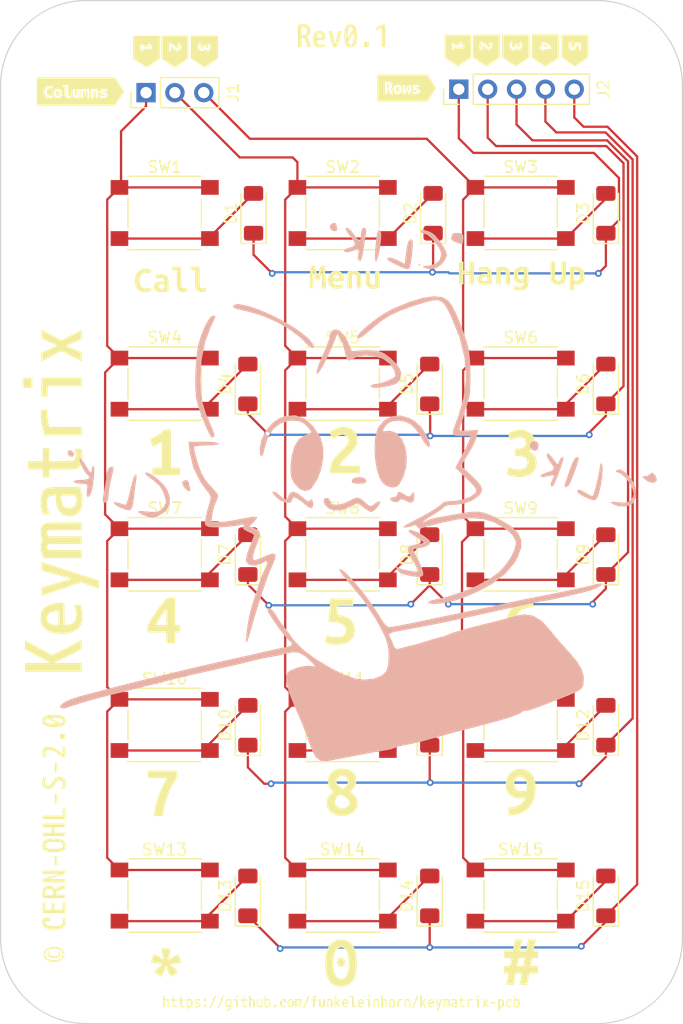
<source format=kicad_pcb>
(kicad_pcb (version 20241229) (generator "pcbnew") (generator_version "9.0")
  (layers (0 "F.Cu" signal) (2 "B.Cu" signal) (13 "F.Paste" user) (15 "B.Paste" user) (5 "F.SilkS" user "F.Silkscreen") (7 "B.SilkS" user "B.Silkscreen") (1 "F.Mask" user) (3 "B.Mask" user) (25 "Edge.Cuts" user))
  (net 0 "")
  (net 1 "Net-(D1-A)")
  (net 2 "/Col1")
  (net 3 "Net-(D2-A)")
  (net 4 "Net-(D3-A)")
  (net 5 "Net-(D4-A)")
  (net 6 "/Col2")
  (net 7 "Net-(D5-A)")
  (net 8 "Net-(D6-A)")
  (net 9 "/Col3")
  (net 10 "Net-(D7-A)")
  (net 11 "Net-(D8-A)")
  (net 12 "Net-(D9-A)")
  (net 13 "/Row4")
  (net 14 "Net-(D10-A)")
  (net 15 "Net-(D11-A)")
  (net 16 "Net-(D12-A)")
  (net 17 "Net-(D13-A)")
  (net 18 "/Row5")
  (net 19 "Net-(D14-A)")
  (net 20 "Net-(D15-A)")
  (net 21 "/Row1")
  (net 22 "/Row2")
  (net 23 "/Row3")
  (footprint "Diode_SMD:D_MiniMELF" (layer "F.Cu") (at 163.26 68.715 90)
    (property "Reference" "D3" (at 0 -2 90) (layer "F.SilkS"))
    (property "Value" "D")
    (pad "1" smd roundrect (at -1.75 0 90) (size 1.3 1.7) (layers "F.Cu" "F.Mask" "F.Paste") (roundrect_rratio 0.1923076923) (net 21 "/Row1"))
    (pad "2" smd roundrect (at 1.75 0 90) (size 1.3 1.7) (layers "F.Cu" "F.Mask" "F.Paste") (roundrect_rratio 0.1923076923) (net 4 "Net-(D3-A)"))
  )
  (footprint "Connector_PinHeader_2.54mm:PinHeader_1x05_P2.54mm_Vertical" (layer "F.Cu") (at 150.32 57.8 90)
    (property "Reference" "J2" (at 0 12.72 90) (layer "F.SilkS"))
    (property "Value" "Conn_01x05")
    (pad "1" thru_hole rect (at 0 0 90) (size 1.7 1.7) (drill 1) (layers "*.Cu" "*.Mask") (net 21 "/Row1"))
    (pad "2" thru_hole oval (at 0 2.54 90) (size 1.7 1.7) (drill 1) (layers "*.Cu" "*.Mask") (net 22 "/Row2"))
    (pad "3" thru_hole oval (at 0 5.08 90) (size 1.7 1.7) (drill 1) (layers "*.Cu" "*.Mask") (net 23 "/Row3"))
    (pad "4" thru_hole oval (at 0 7.62 90) (size 1.7 1.7) (drill 1) (layers "*.Cu" "*.Mask") (net 13 "/Row4"))
    (pad "5" thru_hole oval (at 0 10.16 90) (size 1.7 1.7) (drill 1) (layers "*.Cu" "*.Mask") (net 18 "/Row5"))
  )
  (footprint "kibuzzard-67EF953E" (layer "F.Cu") (at 140.06 119.6375)
    (property "Reference" "kibuzzard-67EF953E" (hide yes))
    (property "Value" "G***" (hide yes))
  )
  (footprint "Button_Switch_SMD:SW_SPST_PTS645" (layer "F.Cu") (at 124.44 128.7375)
    (property "Reference" "SW13" (at 0 -4.05 0) (layer "F.SilkS"))
    (property "Value" "SW_Push")
    (pad "1" smd rect (at -3.98 -2.25) (size 1.55 1.3) (layers "F.Cu" "F.Mask" "F.Paste") (net 2 "/Col1"))
    (pad "1" smd rect (at 3.98 -2.25) (size 1.55 1.3) (layers "F.Cu" "F.Mask" "F.Paste") (net 2 "/Col1"))
    (pad "2" smd rect (at -3.98 2.25) (size 1.55 1.3) (layers "F.Cu" "F.Mask" "F.Paste") (net 17 "Net-(D13-A)"))
    (pad "2" smd rect (at 3.98 2.25) (size 1.55 1.3) (layers "F.Cu" "F.Mask" "F.Paste") (net 17 "Net-(D13-A)"))
  )
  (footprint "Diode_SMD:D_MiniMELF" (layer "F.Cu") (at 131.76 128.765 90)
    (property "Reference" "D13" (at 0 -2 90) (layer "F.SilkS"))
    (property "Value" "D")
    (pad "1" smd roundrect (at -1.75 0 90) (size 1.3 1.7) (layers "F.Cu" "F.Mask" "F.Paste") (roundrect_rratio 0.1923076923) (net 18 "/Row5"))
    (pad "2" smd roundrect (at 1.75 0 90) (size 1.3 1.7) (layers "F.Cu" "F.Mask" "F.Paste") (roundrect_rratio 0.1923076923) (net 17 "Net-(D13-A)"))
  )
  (footprint "kibuzzard-67EF9529" (layer "F.Cu") (at 155.76 104.7375)
    (property "Reference" "kibuzzard-67EF9529" (hide yes))
    (property "Value" "G***" (hide yes))
  )
  (footprint "kibuzzard-67EF9547" (layer "F.Cu") (at 155.76 119.6375)
    (property "Reference" "kibuzzard-67EF9547" (hide yes))
    (property "Value" "G***" (hide yes))
  )
  (footprint "Button_Switch_SMD:SW_SPST_PTS645" (layer "F.Cu") (at 140.1 83.7)
    (property "Reference" "SW5" (at 0 -4.05 0) (layer "F.SilkS"))
    (property "Value" "SW_Push")
    (pad "1" smd rect (at -3.98 -2.25) (size 1.55 1.3) (layers "F.Cu" "F.Mask" "F.Paste") (net 6 "/Col2"))
    (pad "1" smd rect (at 3.98 -2.25) (size 1.55 1.3) (layers "F.Cu" "F.Mask" "F.Paste") (net 6 "/Col2"))
    (pad "2" smd rect (at -3.98 2.25) (size 1.55 1.3) (layers "F.Cu" "F.Mask" "F.Paste") (net 7 "Net-(D5-A)"))
    (pad "2" smd rect (at 3.98 2.25) (size 1.55 1.3) (layers "F.Cu" "F.Mask" "F.Paste") (net 7 "Net-(D5-A)"))
  )
  (footprint "Diode_SMD:D_MiniMELF" (layer "F.Cu") (at 163.26 98.74 90)
    (property "Reference" "D9" (at 0 -2 90) (layer "F.SilkS"))
    (property "Value" "D")
    (pad "1" smd roundrect (at -1.75 0 90) (size 1.3 1.7) (layers "F.Cu" "F.Mask" "F.Paste") (roundrect_rratio 0.1923076923) (net 23 "/Row3"))
    (pad "2" smd roundrect (at 1.75 0 90) (size 1.3 1.7) (layers "F.Cu" "F.Mask" "F.Paste") (roundrect_rratio 0.1923076923) (net 12 "Net-(D9-A)"))
  )
  (footprint "kibuzzard-67EF95EE" (layer "F.Cu") (at 155.86 74.2375)
    (property "Reference" "kibuzzard-67EF95EE" (hide yes))
    (property "Value" "G***" (hide yes))
  )
  (footprint "Button_Switch_SMD:SW_SPST_PTS645" (layer "F.Cu") (at 124.44 83.7)
    (property "Reference" "SW4" (at 0 -4.05 0) (layer "F.SilkS"))
    (property "Value" "SW_Push")
    (pad "1" smd rect (at -3.98 -2.25) (size 1.55 1.3) (layers "F.Cu" "F.Mask" "F.Paste") (net 2 "/Col1"))
    (pad "1" smd rect (at 3.98 -2.25) (size 1.55 1.3) (layers "F.Cu" "F.Mask" "F.Paste") (net 2 "/Col1"))
    (pad "2" smd rect (at -3.98 2.25) (size 1.55 1.3) (layers "F.Cu" "F.Mask" "F.Paste") (net 5 "Net-(D4-A)"))
    (pad "2" smd rect (at 3.98 2.25) (size 1.55 1.3) (layers "F.Cu" "F.Mask" "F.Paste") (net 5 "Net-(D4-A)"))
  )
  (footprint "Button_Switch_SMD:SW_SPST_PTS645" (layer "F.Cu") (at 140.1 113.725)
    (property "Reference" "SW11" (at 0 -4.05 0) (layer "F.SilkS"))
    (property "Value" "SW_Push")
    (pad "1" smd rect (at -3.98 -2.25) (size 1.55 1.3) (layers "F.Cu" "F.Mask" "F.Paste") (net 6 "/Col2"))
    (pad "1" smd rect (at 3.98 -2.25) (size 1.55 1.3) (layers "F.Cu" "F.Mask" "F.Paste") (net 6 "/Col2"))
    (pad "2" smd rect (at -3.98 2.25) (size 1.55 1.3) (layers "F.Cu" "F.Mask" "F.Paste") (net 15 "Net-(D11-A)"))
    (pad "2" smd rect (at 3.98 2.25) (size 1.55 1.3) (layers "F.Cu" "F.Mask" "F.Paste") (net 15 "Net-(D11-A)"))
  )
  (footprint "Connector_PinHeader_2.54mm:PinHeader_1x03_P2.54mm_Vertical" (layer "F.Cu") (at 122.8 58.1 90)
    (property "Reference" "J1" (at 0 7.64 90) (layer "F.SilkS"))
    (property "Value" "Conn_01x03")
    (pad "1" thru_hole rect (at 0 0 90) (size 1.7 1.7) (drill 1) (layers "*.Cu" "*.Mask") (net 2 "/Col1"))
    (pad "2" thru_hole oval (at 0 2.54 90) (size 1.7 1.7) (drill 1) (layers "*.Cu" "*.Mask") (net 6 "/Col2"))
    (pad "3" thru_hole oval (at 0 5.08 90) (size 1.7 1.7) (drill 1) (layers "*.Cu" "*.Mask") (net 9 "/Col3"))
  )
  (footprint "kibuzzard-67F10650" (layer "F.Cu") (at 115.3 94 90)
    (property "Reference" "kibuzzard-67F10650" (hide yes))
    (property "Value" "G***" (hide yes))
  )
  (footprint "kibuzzard-67EF97B6" (layer "F.Cu") (at 122.84 54.5 -90)
    (property "Reference" "kibuzzard-67EF97B6" (hide yes))
    (property "Value" "G***" (hide yes))
  )
  (footprint "kibuzzard-67EF9C02" (layer "F.Cu") (at 145.74 57.7)
    (property "Reference" "kibuzzard-67EF9C02" (hide yes))
    (property "Value" "G***" (hide yes))
  )
  (footprint "Button_Switch_SMD:SW_SPST_PTS645" (layer "F.Cu") (at 155.76 128.7375)
    (property "Reference" "SW15" (at 0 -4.05 0) (layer "F.SilkS"))
    (property "Value" "SW_Push")
    (pad "1" smd rect (at -3.98 -2.25) (size 1.55 1.3) (layers "F.Cu" "F.Mask" "F.Paste") (net 9 "/Col3"))
    (pad "1" smd rect (at 3.98 -2.25) (size 1.55 1.3) (layers "F.Cu" "F.Mask" "F.Paste") (net 9 "/Col3"))
    (pad "2" smd rect (at -3.98 2.25) (size 1.55 1.3) (layers "F.Cu" "F.Mask" "F.Paste") (net 20 "Net-(D15-A)"))
    (pad "2" smd rect (at 3.98 2.25) (size 1.55 1.3) (layers "F.Cu" "F.Mask" "F.Paste") (net 20 "Net-(D15-A)"))
  )
  (footprint "kibuzzard-67EF94E3" (layer "F.Cu") (at 124.46 89.7375)
    (property "Reference" "kibuzzard-67EF94E3" (hide yes))
    (property "Value" "G***" (hide yes))
  )
  (footprint "Diode_SMD:D_MiniMELF" (layer "F.Cu") (at 147.76 98.74 90)
    (property "Reference" "D8" (at 0 -2 90) (layer "F.SilkS"))
    (property "Value" "D")
    (pad "1" smd roundrect (at -1.75 0 90) (size 1.3 1.7) (layers "F.Cu" "F.Mask" "F.Paste") (roundrect_rratio 0.1923076923) (net 23 "/Row3"))
    (pad "2" smd roundrect (at 1.75 0 90) (size 1.3 1.7) (layers "F.Cu" "F.Mask" "F.Paste") (roundrect_rratio 0.1923076923) (net 11 "Net-(D8-A)"))
  )
  (footprint "Diode_SMD:D_MiniMELF" (layer "F.Cu") (at 147.76 83.7275 90)
    (property "Reference" "D5" (at 0 -2 90) (layer "F.SilkS"))
    (property "Value" "D")
    (pad "1" smd roundrect (at -1.75 0 90) (size 1.3 1.7) (layers "F.Cu" "F.Mask" "F.Paste") (roundrect_rratio 0.1923076923) (net 22 "/Row2"))
    (pad "2" smd roundrect (at 1.75 0 90) (size 1.3 1.7) (layers "F.Cu" "F.Mask" "F.Paste") (roundrect_rratio 0.1923076923) (net 7 "Net-(D5-A)"))
  )
  (footprint "Diode_SMD:D_MiniMELF" (layer "F.Cu") (at 132.26 68.715 90)
    (property "Reference" "D1" (at 0 -2 90) (layer "F.SilkS"))
    (property "Value" "D")
    (pad "1" smd roundrect (at -1.75 0 90) (size 1.3 1.7) (layers "F.Cu" "F.Mask" "F.Paste") (roundrect_rratio 0.1923076923) (net 21 "/Row1"))
    (pad "2" smd roundrect (at 1.75 0 90) (size 1.3 1.7) (layers "F.Cu" "F.Mask" "F.Paste") (roundrect_rratio 0.1923076923) (net 1 "Net-(D1-A)"))
  )
  (footprint "kibuzzard-67EF951D" (layer "F.Cu") (at 139.86 104.6375)
    (property "Reference" "kibuzzard-67EF951D" (hide yes))
    (property "Value" "G***" (hide yes))
  )
  (footprint "kibuzzard-67EF97D2" (layer "F.Cu") (at 155.34 54.4 -90)
    (property "Reference" "kibuzzard-67EF97D2" (hide yes))
    (property "Value" "G***" (hide yes))
  )
  (footprint "Button_Switch_SMD:SW_SPST_PTS645" (layer "F.Cu") (at 155.76 83.7)
    (property "Reference" "SW6" (at 0 -4.05 0) (layer "F.SilkS"))
    (property "Value" "SW_Push")
    (pad "1" smd rect (at -3.98 -2.25) (size 1.55 1.3) (layers "F.Cu" "F.Mask" "F.Paste") (net 9 "/Col3"))
    (pad "1" smd rect (at 3.98 -2.25) (size 1.55 1.3) (layers "F.Cu" "F.Mask" "F.Paste") (net 9 "/Col3"))
    (pad "2" smd rect (at -3.98 2.25) (size 1.55 1.3) (layers "F.Cu" "F.Mask" "F.Paste") (net 8 "Net-(D6-A)"))
    (pad "2" smd rect (at 3.98 2.25) (size 1.55 1.3) (layers "F.Cu" "F.Mask" "F.Paste") (net 8 "Net-(D6-A)"))
  )
  (footprint "kibuzzard-67F1073F" (layer "F.Cu") (at 140 138.2)
    (property "Reference" "kibuzzard-67F1073F" (hide yes))
    (property "Value" "G***" (hide yes))
  )
  (footprint "kibuzzard-67EF9C20" (layer "F.Cu") (at 157.94 54.4 -90)
    (property "Reference" "kibuzzard-67EF9C20" (hide yes))
    (property "Value" "G***" (hide yes))
  )
  (footprint "kibuzzard-67EF95BB" (layer "F.Cu") (at 140.26 74.3375)
    (property "Reference" "kibuzzard-67EF95BB" (hide yes))
    (property "Value" "G***" (hide yes))
  )
  (footprint "Diode_SMD:D_MiniMELF" (layer "F.Cu") (at 131.76 98.74 90)
    (property "Reference" "D7" (at 0 -2 90) (layer "F.SilkS"))
    (property "Value" "D")
    (pad "1" smd roundrect (at -1.75 0 90) (size 1.3 1.7) (layers "F.Cu" "F.Mask" "F.Paste") (roundrect_rratio 0.1923076923) (net 23 "/Row3"))
    (pad "2" smd roundrect (at 1.75 0 90) (size 1.3 1.7) (layers "F.Cu" "F.Mask" "F.Paste") (roundrect_rratio 0.1923076923) (net 10 "Net-(D7-A)"))
  )
  (footprint "kibuzzard-67EF9502" (layer "F.Cu") (at 155.86 89.8375)
    (property "Reference" "kibuzzard-67EF9502" (hide yes))
    (property "Value" "G***" (hide yes))
  )
  (footprint "Diode_SMD:D_MiniMELF" (layer "F.Cu") (at 147.76 113.7525 90)
    (property "Reference" "D11" (at 0 -2 90) (layer "F.SilkS"))
    (property "Value" "D")
    (pad "1" smd roundrect (at -1.75 0 90) (size 1.3 1.7) (layers "F.Cu" "F.Mask" "F.Paste") (roundrect_rratio 0.1923076923) (net 13 "/Row4"))
    (pad "2" smd roundrect (at 1.75 0 90) (size 1.3 1.7) (layers "F.Cu" "F.Mask" "F.Paste") (roundrect_rratio 0.1923076923) (net 15 "Net-(D11-A)"))
  )
  (footprint "Button_Switch_SMD:SW_SPST_PTS645" (layer "F.Cu") (at 155.76 68.6875)
    (property "Reference" "SW3" (at 0 -4.05 0) (layer "F.SilkS"))
    (property "Value" "SW_Push")
    (pad "1" smd rect (at -3.98 -2.25) (size 1.55 1.3) (layers "F.Cu" "F.Mask" "F.Paste") (net 9 "/Col3"))
    (pad "1" smd rect (at 3.98 -2.25) (size 1.55 1.3) (layers "F.Cu" "F.Mask" "F.Paste") (net 9 "/Col3"))
    (pad "2" smd rect (at -3.98 2.25) (size 1.55 1.3) (layers "F.Cu" "F.Mask" "F.Paste") (net 4 "Net-(D3-A)"))
    (pad "2" smd rect (at 3.98 2.25) (size 1.55 1.3) (layers "F.Cu" "F.Mask" "F.Paste") (net 4 "Net-(D3-A)"))
  )
  (footprint "Diode_SMD:D_MiniMELF" (layer "F.Cu") (at 148.06 68.715 90)
    (property "Reference" "D2" (at 0 -2 90) (layer "F.SilkS"))
    (property "Value" "D")
    (pad "1" smd roundrect (at -1.75 0 90) (size 1.3 1.7) (layers "F.Cu" "F.Mask" "F.Paste") (roundrect_rratio 0.1923076923) (net 21 "/Row1"))
    (pad "2" smd roundrect (at 1.75 0 90) (size 1.3 1.7) (layers "F.Cu" "F.Mask" "F.Paste") (roundrect_rratio 0.1923076923) (net 3 "Net-(D2-A)"))
  )
  (footprint "kibuzzard-67EF95DE" (layer "F.Cu") (at 124.96 74.5375)
    (property "Reference" "kibuzzard-67EF95DE" (hide yes))
    (property "Value" "G***" (hide yes))
  )
  (footprint "Diode_SMD:D_MiniMELF" (layer "F.Cu") (at 131.76 83.7275 90)
    (property "Reference" "D4" (at 0 -2 90) (layer "F.SilkS"))
    (property "Value" "D")
    (pad "1" smd roundrect (at -1.75 0 90) (size 1.3 1.7) (layers "F.Cu" "F.Mask" "F.Paste") (roundrect_rratio 0.1923076923) (net 22 "/Row2"))
    (pad "2" smd roundrect (at 1.75 0 90) (size 1.3 1.7) (layers "F.Cu" "F.Mask" "F.Paste") (roundrect_rratio 0.1923076923) (net 5 "Net-(D4-A)"))
  )
  (footprint "kibuzzard-67EF9C24" (layer "F.Cu") (at 160.54 54.4 -90)
    (property "Reference" "kibuzzard-67EF9C24" (hide yes))
    (property "Value" "G***" (hide yes))
  )
  (footprint "Button_Switch_SMD:SW_SPST_PTS645" (layer "F.Cu") (at 140.1 68.6875)
    (property "Reference" "SW2" (at 0 -4.05 0) (layer "F.SilkS"))
    (property "Value" "SW_Push")
    (pad "1" smd rect (at -3.98 -2.25) (size 1.55 1.3) (layers "F.Cu" "F.Mask" "F.Paste") (net 6 "/Col2"))
    (pad "1" smd rect (at 3.98 -2.25) (size 1.55 1.3) (layers "F.Cu" "F.Mask" "F.Paste") (net 6 "/Col2"))
    (pad "2" smd rect (at -3.98 2.25) (size 1.55 1.3) (layers "F.Cu" "F.Mask" "F.Paste") (net 3 "Net-(D2-A)"))
    (pad "2" smd rect (at 3.98 2.25) (size 1.55 1.3) (layers "F.Cu" "F.Mask" "F.Paste") (net 3 "Net-(D2-A)"))
  )
  (footprint "Button_Switch_SMD:SW_SPST_PTS645" (layer "F.Cu") (at 155.76 98.7125)
    (property "Reference" "SW9" (at 0 -4.05 0) (layer "F.SilkS"))
    (property "Value" "SW_Push")
    (pad "1" smd rect (at -3.98 -2.25) (size 1.55 1.3) (layers "F.Cu" "F.Mask" "F.Paste") (net 9 "/Col3"))
    (pad "1" smd rect (at 3.98 -2.25) (size 1.55 1.3) (layers "F.Cu" "F.Mask" "F.Paste") (net 9 "/Col3"))
    (pad "2" smd rect (at -3.98 2.25) (size 1.55 1.3) (layers "F.Cu" "F.Mask" "F.Paste") (net 12 "Net-(D9-A)"))
    (pad "2" smd rect (at 3.98 2.25) (size 1.55 1.3) (layers "F.Cu" "F.Mask" "F.Paste") (net 12 "Net-(D9-A)"))
  )
  (footprint "kibuzzard-67EF9534" (layer "F.Cu") (at 124.26 119.7375)
    (property "Reference" "kibuzzard-67EF9534" (hide yes))
    (property "Value" "G***" (hide yes))
  )
  (footprint "kibuzzard-67EF97CE" (layer "F.Cu") (at 125.34 54.5 -90)
    (property "Reference" "kibuzzard-67EF97CE" (hide yes))
    (property "Value" "G***" (hide yes))
  )
  (footprint "kibuzzard-67F106E2" (layer "F.Cu") (at 114.7 123.7 90)
    (property "Reference" "kibuzzard-67F106E2" (hide yes))
    (property "Value" "G***" (hide yes))
  )
  (footprint "Button_Switch_SMD:SW_SPST_PTS645" (layer "F.Cu") (at 124.44 68.6875)
    (property "Reference" "SW1" (at 0 -4.05 0) (layer "F.SilkS"))
    (property "Value" "SW_Push")
    (pad "1" smd rect (at -3.98 -2.25) (size 1.55 1.3) (layers "F.Cu" "F.Mask" "F.Paste") (net 2 "/Col1"))
    (pad "1" smd rect (at 3.98 -2.25) (size 1.55 1.3) (layers "F.Cu" "F.Mask" "F.Paste") (net 2 "/Col1"))
    (pad "2" smd rect (at -3.98 2.25) (size 1.55 1.3) (layers "F.Cu" "F.Mask" "F.Paste") (net 1 "Net-(D1-A)"))
    (pad "2" smd rect (at 3.98 2.25) (size 1.55 1.3) (layers "F.Cu" "F.Mask" "F.Paste") (net 1 "Net-(D1-A)"))
  )
  (footprint "kibuzzard-67EF97B6" (layer "F.Cu") (at 150.24 54.4 -90)
    (property "Reference" "kibuzzard-67EF97B6" (hide yes))
    (property "Value" "G***" (hide yes))
  )
  (footprint "Diode_SMD:D_MiniMELF" (layer "F.Cu") (at 163.26 113.7525 90)
    (property "Reference" "D12" (at 0 -2 90) (layer "F.SilkS"))
    (property "Value" "D")
    (pad "1" smd roundrect (at -1.75 0 90) (size 1.3 1.7) (layers "F.Cu" "F.Mask" "F.Paste") (roundrect_rratio 0.1923076923) (net 13 "/Row4"))
    (pad "2" smd roundrect (at 1.75 0 90) (size 1.3 1.7) (layers "F.Cu" "F.Mask" "F.Paste") (roundrect_rratio 0.1923076923) (net 16 "Net-(D12-A)"))
  )
  (footprint "Diode_SMD:D_MiniMELF" (layer "F.Cu") (at 163.26 83.7275 90)
    (property "Reference" "D6" (at 0 -2 90) (layer "F.SilkS"))
    (property "Value" "D")
    (pad "1" smd roundrect (at -1.75 0 90) (size 1.3 1.7) (layers "F.Cu" "F.Mask" "F.Paste") (roundrect_rratio 0.1923076923) (net 22 "/Row2"))
    (pad "2" smd roundrect (at 1.75 0 90) (size 1.3 1.7) (layers "F.Cu" "F.Mask" "F.Paste") (roundrect_rratio 0.1923076923) (net 8 "Net-(D6-A)"))
  )
  (footprint "kibuzzard-67EF957E" (layer "F.Cu") (at 155.8 134.5875)
    (property "Reference" "kibuzzard-67EF957E" (hide yes))
    (property "Value" "G***" (hide yes))
  )
  (footprint "kibuzzard-67EF9854" (layer "F.Cu") (at 117.04 58)
    (property "Reference" "kibuzzard-67EF9854" (hide yes))
    (property "Value" "G***" (hide yes))
  )
  (footprint "Button_Switch_SMD:SW_SPST_PTS645" (layer "F.Cu") (at 155.76 113.725)
    (property "Reference" "SW12" (at 0 -4.05 0) (layer "F.SilkS"))
    (property "Value" "SW_Push")
    (pad "1" smd rect (at -3.98 -2.25) (size 1.55 1.3) (layers "F.Cu" "F.Mask" "F.Paste") (net 9 "/Col3"))
    (pad "1" smd rect (at 3.98 -2.25) (size 1.55 1.3) (layers "F.Cu" "F.Mask" "F.Paste") (net 9 "/Col3"))
    (pad "2" smd rect (at -3.98 2.25) (size 1.55 1.3) (layers "F.Cu" "F.Mask" "F.Paste") (net 16 "Net-(D12-A)"))
    (pad "2" smd rect (at 3.98 2.25) (size 1.55 1.3) (layers "F.Cu" "F.Mask" "F.Paste") (net 16 "Net-(D12-A)"))
  )
  (footprint "kibuzzard-67EF9577" (layer "F.Cu") (at 124.56 134.6375)
    (property "Reference" "kibuzzard-67EF9577" (hide yes))
    (property "Value" "G***" (hide yes))
  )
  (footprint "Button_Switch_SMD:SW_SPST_PTS645" (layer "F.Cu") (at 140.1 98.7125)
    (property "Reference" "SW8" (at 0 -4.05 0) (layer "F.SilkS"))
    (property "Value" "SW_Push")
    (pad "1" smd rect (at -3.98 -2.25) (size 1.55 1.3) (layers "F.Cu" "F.Mask" "F.Paste") (net 6 "/Col2"))
    (pad "1" smd rect (at 3.98 -2.25) (size 1.55 1.3) (layers "F.Cu" "F.Mask" "F.Paste") (net 6 "/Col2"))
    (pad "2" smd rect (at -3.98 2.25) (size 1.55 1.3) (layers "F.Cu" "F.Mask" "F.Paste") (net 11 "Net-(D8-A)"))
    (pad "2" smd rect (at 3.98 2.25) (size 1.55 1.3) (layers "F.Cu" "F.Mask" "F.Paste") (net 11 "Net-(D8-A)"))
  )
  (footprint "Button_Switch_SMD:SW_SPST_PTS645" (layer "F.Cu") (at 124.44 113.725)
    (property "Reference" "SW10" (at 0 -4.05 0) (layer "F.SilkS"))
    (property "Value" "SW_Push")
    (pad "1" smd rect (at -3.98 -2.25) (size 1.55 1.3) (layers "F.Cu" "F.Mask" "F.Paste") (net 2 "/Col1"))
    (pad "1" smd rect (at 3.98 -2.25) (size 1.55 1.3) (layers "F.Cu" "F.Mask" "F.Paste") (net 2 "/Col1"))
    (pad "2" smd rect (at -3.98 2.25) (size 1.55 1.3) (layers "F.Cu" "F.Mask" "F.Paste") (net 14 "Net-(D10-A)"))
    (pad "2" smd rect (at 3.98 2.25) (size 1.55 1.3) (layers "F.Cu" "F.Mask" "F.Paste") (net 14 "Net-(D10-A)"))
  )
  (footprint "Diode_SMD:D_MiniMELF" (layer "F.Cu") (at 131.76 113.7525 90)
    (property "Reference" "D10" (at 0 -2 90) (layer "F.SilkS"))
    (property "Value" "D")
    (pad "1" smd roundrect (at -1.75 0 90) (size 1.3 1.7) (layers "F.Cu" "F.Mask" "F.Paste") (roundrect_rratio 0.1923076923) (net 13 "/Row4"))
    (pad "2" smd roundrect (at 1.75 0 90) (size 1.3 1.7) (layers "F.Cu" "F.Mask" "F.Paste") (roundrect_rratio 0.1923076923) (net 14 "Net-(D10-A)"))
  )
  (footprint "kibuzzard-67EF97CE" (layer "F.Cu") (at 152.74 54.4 -90)
    (property "Reference" "kibuzzard-67EF97CE" (hide yes))
    (property "Value" "G***" (hide yes))
  )
  (footprint "kibuzzard-67EF97D2" (layer "F.Cu") (at 127.94 54.5 -90)
    (property "Reference" "kibuzzard-67EF97D2" (hide yes))
    (property "Value" "G***" (hide yes))
  )
  (footprint "kibuzzard-67EF9551" (layer "F.Cu") (at 139.96 134.6875)
    (property "Reference" "kibuzzard-67EF9551" (hide yes))
    (property "Value" "G***" (hide yes))
  )
  (footprint "kibuzzard-67F1071B" (layer "F.Cu") (at 140 53.1)
    (property "Reference" "kibuzzard-67F1071B" (hide yes))
    (property "Value" "G***" (hide yes))
  )
  (footprint "Diode_SMD:D_MiniMELF" (layer "F.Cu") (at 147.76 128.765 90)
    (property "Reference" "D14" (at 0 -2 90) (layer "F.SilkS"))
    (property "Value" "D")
    (pad "1" smd roundrect (at -1.75 0 90) (size 1.3 1.7) (layers "F.Cu" "F.Mask" "F.Paste") (roundrect_rratio 0.1923076923) (net 18 "/Row5"))
    (pad "2" smd roundrect (at 1.75 0 90) (size 1.3 1.7) (layers "F.Cu" "F.Mask" "F.Paste") (roundrect_rratio 0.1923076923) (net 19 "Net-(D14-A)"))
  )
  (footprint "Diode_SMD:D_MiniMELF" (layer "F.Cu") (at 163.26 128.765 90)
    (property "Reference" "D15" (at 0 -2 90) (layer "F.SilkS"))
    (property "Value" "D")
    (pad "1" smd roundrect (at -1.75 0 90) (size 1.3 1.7) (layers "F.Cu" "F.Mask" "F.Paste") (roundrect_rratio 0.1923076923) (net 18 "/Row5"))
    (pad "2" smd roundrect (at 1.75 0 90) (size 1.3 1.7) (layers "F.Cu" "F.Mask" "F.Paste") (roundrect_rratio 0.1923076923) (net 20 "Net-(D15-A)"))
  )
  (footprint "Button_Switch_SMD:SW_SPST_PTS645" (layer "F.Cu") (at 140.1 128.7375)
    (property "Reference" "SW14" (at 0 -4.05 0) (layer "F.SilkS"))
    (property "Value" "SW_Push")
    (pad "1" smd rect (at -3.98 -2.25) (size 1.55 1.3) (layers "F.Cu" "F.Mask" "F.Paste") (net 6 "/Col2"))
    (pad "1" smd rect (at 3.98 -2.25) (size 1.55 1.3) (layers "F.Cu" "F.Mask" "F.Paste") (net 6 "/Col2"))
    (pad "2" smd rect (at -3.98 2.25) (size 1.55 1.3) (layers "F.Cu" "F.Mask" "F.Paste") (net 19 "Net-(D14-A)"))
    (pad "2" smd rect (at 3.98 2.25) (size 1.55 1.3) (layers "F.Cu" "F.Mask" "F.Paste") (net 19 "Net-(D14-A)"))
  )
  (footprint "Button_Switch_SMD:SW_SPST_PTS645" (layer "F.Cu") (at 124.44 98.7125)
    (property "Reference" "SW7" (at 0 -4.05 0) (layer "F.SilkS"))
    (property "Value" "SW_Push")
    (pad "1" smd rect (at -3.98 -2.25) (size 1.55 1.3) (layers "F.Cu" "F.Mask" "F.Paste") (net 2 "/Col1"))
    (pad "1" smd rect (at 3.98 -2.25) (size 1.55 1.3) (layers "F.Cu" "F.Mask" "F.Paste") (net 2 "/Col1"))
    (pad "2" smd rect (at -3.98 2.25) (size 1.55 1.3) (layers "F.Cu" "F.Mask" "F.Paste") (net 10 "Net-(D7-A)"))
    (pad "2" smd rect (at 3.98 2.25) (size 1.55 1.3) (layers "F.Cu" "F.Mask" "F.Paste") (net 10 "Net-(D7-A)"))
  )
  (footprint "kibuzzard-67EF94F8" (layer "F.Cu") (at 140.26 89.5375)
    (property "Reference" "kibuzzard-67EF94F8" (hide yes))
    (property "Value" "G***" (hide yes))
  )
  (footprint "kibuzzard-67EF9511" (layer "F.Cu") (at 124.36 104.5375)
    (property "Reference" "kibuzzard-67EF9511" (hide yes))
    (property "Value" "G***" (hide yes))
  )
  (footprint "LOGO" (layer "B.Cu") (at 140.2 95.2 180)
    (property "Reference" "G***" (hide yes))
    (property "Value" "LOGO" (hide yes))
  )
  (gr_line (start 162.5 50) (end 117.5 50) (stroke (width 0.1)) (layer "Edge.Cuts"))
  (gr_arc (start 169.996699 132.496699) (mid 167.8 137.8) (end 162.496699 139.996699) (stroke (width 0.1)) (layer "Edge.Cuts"))
  (gr_line (start 110 57.5) (end 110 132.5) (stroke (width 0.1)) (layer "Edge.Cuts"))
  (gr_line (start 170 132.5) (end 170 57.5) (stroke (width 0.1)) (layer "Edge.Cuts"))
  (gr_arc (start 162.5 50) (mid 167.803301 52.196699) (end 170 57.5) (stroke (width 0.1)) (layer "Edge.Cuts"))
  (gr_line (start 117.5033 139.996699) (end 162.5033 139.996699) (stroke (width 0.1)) (layer "Edge.Cuts"))
  (gr_arc (start 117.503301 139.996699) (mid 112.2 137.8) (end 110.003301 132.496699) (stroke (width 0.1)) (layer "Edge.Cuts"))
  (gr_arc (start 110 57.5) (mid 112.196699 52.196699) (end 117.5 50) (stroke (width 0.1)) (layer "Edge.Cuts"))
  (segment (start 128.42 70.805) (end 132.26 66.965) (width 0.2) (layer "F.Cu") (net 1))
  (segment (start 128.42 70.9375) (end 128.42 70.805) (width 0.2) (layer "F.Cu") (net 1))
  (segment (start 120.46 70.9375) (end 128.42 70.9375) (width 0.2) (layer "F.Cu") (net 1))
  (segment (start 120.46 81.45) (end 119.2 82.71) (width 0.2) (layer "F.Cu") (net 2))
  (segment (start 120.46 96.4625) (end 119.384 97.5385) (width 0.2) (layer "F.Cu") (net 2))
  (segment (start 122.8 58.1) (end 122.8 59.3) (width 0.2) (layer "F.Cu") (net 2))
  (segment (start 119.2 82.71) (end 119.2 95.2025) (width 0.2) (layer "F.Cu") (net 2))
  (segment (start 119.2 95.2025) (end 120.46 96.4625) (width 0.2) (layer "F.Cu") (net 2))
  (segment (start 120.46 111.475) (end 128.42 111.475) (width 0.2) (layer "F.Cu") (net 2))
  (segment (start 122.8 59.3) (end 120.6 61.5) (width 0.2) (layer "F.Cu") (net 2))
  (segment (start 120.6 61.5) (end 120.6 66.2975) (width 0.2) (layer "F.Cu") (net 2))
  (segment (start 120.6 66.2975) (end 120.46 66.4375) (width 0.2) (layer "F.Cu") (net 2))
  (segment (start 120.46 66.4375) (end 119.384 67.5135) (width 0.2) (layer "F.Cu") (net 2))
  (segment (start 119.384 80.374) (end 120.46 81.45) (width 0.2) (layer "F.Cu") (net 2))
  (segment (start 120.46 96.4625) (end 128.42 96.4625) (width 0.2) (layer "F.Cu") (net 2))
  (segment (start 120.46 66.4375) (end 128.42 66.4375) (width 0.2) (layer "F.Cu") (net 2))
  (segment (start 119.384 97.5385) (end 119.384 110.399) (width 0.2) (layer "F.Cu") (net 2))
  (segment (start 119.384 110.399) (end 120.46 111.475) (width 0.2) (layer "F.Cu") (net 2))
  (segment (start 120.46 126.4875) (end 128.42 126.4875) (width 0.2) (layer "F.Cu") (net 2))
  (segment (start 120.46 111.475) (end 119.384 112.551) (width 0.2) (layer "F.Cu") (net 2))
  (segment (start 119.384 67.5135) (end 119.384 80.374) (width 0.2) (layer "F.Cu") (net 2))
  (segment (start 119.384 125.4115) (end 120.46 126.4875) (width 0.2) (layer "F.Cu") (net 2))
  (segment (start 119.384 112.551) (end 119.384 125.4115) (width 0.2) (layer "F.Cu") (net 2))
  (segment (start 120.46 81.45) (end 128.42 81.45) (width 0.2) (layer "F.Cu") (net 2))
  (segment (start 144.0875 70.9375) (end 148.06 66.965) (width 0.2) (layer "F.Cu") (net 3))
  (segment (start 144.08 70.9375) (end 144.0875 70.9375) (width 0.2) (layer "F.Cu") (net 3))
  (segment (start 136.12 70.9375) (end 144.08 70.9375) (width 0.2) (layer "F.Cu") (net 3))
  (segment (start 163.26 67.4175) (end 163.26 66.965) (width 0.2) (layer "F.Cu") (net 4))
  (segment (start 159.74 70.9375) (end 163.26 67.4175) (width 0.2) (layer "F.Cu") (net 4))
  (segment (start 151.78 70.9375) (end 159.74 70.9375) (width 0.2) (layer "F.Cu") (net 4))
  (segment (start 128.42 85.3175) (end 131.76 81.9775) (width 0.2) (layer "F.Cu") (net 5))
  (segment (start 120.46 85.95) (end 128.42 85.95) (width 0.2) (layer "F.Cu") (net 5))
  (segment (start 128.42 85.95) (end 128.42 85.3175) (width 0.2) (layer "F.Cu") (net 5))
  (segment (start 136.12 111.475) (end 144.08 111.475) (width 0.2) (layer "F.Cu") (net 6))
  (segment (start 136.12 126.4875) (end 144.08 126.4875) (width 0.2) (layer "F.Cu") (net 6))
  (segment (start 131.04 63.8) (end 135.7 63.8) (width 0.2) (layer "F.Cu") (net 6))
  (segment (start 135.7 63.8) (end 136.12 64.22) (width 0.2) (layer "F.Cu") (net 6))
  (segment (start 135.044 125.4115) (end 136.12 126.4875) (width 0.2) (layer "F.Cu") (net 6))
  (segment (start 135.044 82.526) (end 135.044 95.3865) (width 0.2) (layer "F.Cu") (net 6))
  (segment (start 135.044 95.3865) (end 136.12 96.4625) (width 0.2) (layer "F.Cu") (net 6))
  (segment (start 135.044 67.5135) (end 135.044 80.374) (width 0.2) (layer "F.Cu") (net 6))
  (segment (start 135.044 110.399) (end 136.12 111.475) (width 0.2) (layer "F.Cu") (net 6))
  (segment (start 136.12 81.45) (end 135.044 82.526) (width 0.2) (layer "F.Cu") (net 6))
  (segment (start 135.044 97.5385) (end 135.044 110.399) (width 0.2) (layer "F.Cu") (net 6))
  (segment (start 136.12 66.4375) (end 135.044 67.5135) (width 0.2) (layer "F.Cu") (net 6))
  (segment (start 136.12 96.4625) (end 144.08 96.4625) (width 0.2) (layer "F.Cu") (net 6))
  (segment (start 136.12 96.4625) (end 135.044 97.5385) (width 0.2) (layer "F.Cu") (net 6))
  (segment (start 136.12 111.475) (end 135.044 112.551) (width 0.2) (layer "F.Cu") (net 6))
  (segment (start 136.12 64.22) (end 136.12 66.4375) (width 0.2) (layer "F.Cu") (net 6))
  (segment (start 125.34 58.1) (end 131.04 63.8) (width 0.2) (layer "F.Cu") (net 6))
  (segment (start 135.044 112.551) (end 135.044 125.4115) (width 0.2) (layer "F.Cu") (net 6))
  (segment (start 136.12 81.45) (end 144.08 81.45) (width 0.2) (layer "F.Cu") (net 6))
  (segment (start 136.12 66.4375) (end 144.08 66.4375) (width 0.2) (layer "F.Cu") (net 6))
  (segment (start 135.044 80.374) (end 136.12 81.45) (width 0.2) (layer "F.Cu") (net 6))
  (segment (start 144.08 85.6575) (end 147.76 81.9775) (width 0.2) (layer "F.Cu") (net 7))
  (segment (start 144.08 85.95) (end 144.08 85.6575) (width 0.2) (layer "F.Cu") (net 7))
  (segment (start 136.12 85.95) (end 144.08 85.95) (width 0.2) (layer "F.Cu") (net 7))
  (segment (start 151.78 85.95) (end 159.74 85.95) (width 0.2) (layer "F.Cu") (net 8))
  (segment (start 159.74 85.4975) (end 163.26 81.9775) (width 0.2) (layer "F.Cu") (net 8))
  (segment (start 159.74 85.95) (end 159.74 85.4975) (width 0.2) (layer "F.Cu") (net 8))
  (segment (start 150.704 112.551) (end 150.704 125.4115) (width 0.2) (layer "F.Cu") (net 9))
  (segment (start 151.78 126.4875) (end 159.74 126.4875) (width 0.2) (layer "F.Cu") (net 9))
  (segment (start 151.78 66.4375) (end 150.7 67.5175) (width 0.2) (layer "F.Cu") (net 9))
  (segment (start 150.6 110.295) (end 151.78 111.475) (width 0.2) (layer "F.Cu") (net 9))
  (segment (start 151.78 111.475) (end 159.74 111.475) (width 0.2) (layer "F.Cu") (net 9))
  (segment (start 151.78 96.4625) (end 150.6 97.6425) (width 0.2) (layer "F.Cu") (net 9))
  (segment (start 147.500364 62.157864) (end 151.78 66.4375) (width 0.2) (layer "F.Cu") (net 9))
  (segment (start 151.78 96.4625) (end 159.74 96.4625) (width 0.2) (layer "F.Cu") (net 9))
  (segment (start 131.937864 62.157864) (end 147.500364 62.157864) (width 0.2) (layer "F.Cu") (net 9))
  (segment (start 150.7 67.5175) (end 150.7 80.37) (width 0.2) (layer "F.Cu") (net 9))
  (segment (start 151.78 66.4375) (end 159.74 66.4375) (width 0.2) (layer "F.Cu") (net 9))
  (segment (start 150.6 97.6425) (end 150.6 110.295) (width 0.2) (layer "F.Cu") (net 9))
  (segment (start 150.704 82.526) (end 150.704 95.3865) (width 0.2) (layer "F.Cu") (net 9))
  (segment (start 127.88 58.1) (end 131.937864 62.157864) (width 0.2) (layer "F.Cu") (net 9))
  (segment (start 150.704 95.3865) (end 151.78 96.4625) (width 0.2) (layer "F.Cu") (net 9))
  (segment (start 150.7 80.37) (end 151.78 81.45) (width 0.2) (layer "F.Cu") (net 9))
  (segment (start 150.704 125.4115) (end 151.78 126.4875) (width 0.2) (layer "F.Cu") (net 9))
  (segment (start 151.78 81.45) (end 150.704 82.526) (width 0.2) (layer "F.Cu") (net 9))
  (segment (start 151.78 81.45) (end 159.74 81.45) (width 0.2) (layer "F.Cu") (net 9))
  (segment (start 151.78 111.475) (end 150.704 112.551) (width 0.2) (layer "F.Cu") (net 9))
  (segment (start 128.42 100.9625) (end 128.42 100.33) (width 0.2) (layer "F.Cu") (net 10))
  (segment (start 128.42 100.33) (end 131.76 96.99) (width 0.2) (layer "F.Cu") (net 10))
  (segment (start 120.46 100.9625) (end 128.42 100.9625) (width 0.2) (layer "F.Cu") (net 10))
  (segment (start 144.08 100.9625) (end 144.08 100.67) (width 0.2) (layer "F.Cu") (net 11))
  (segment (start 136.12 100.9625) (end 144.08 100.9625) (width 0.2) (layer "F.Cu") (net 11))
  (segment (start 144.08 100.67) (end 147.76 96.99) (width 0.2) (layer "F.Cu") (net 11))
  (segment (start 159.74 100.51) (end 163.26 96.99) (width 0.2) (layer "F.Cu") (net 12))
  (segment (start 151.78 100.9625) (end 159.74 100.9625) (width 0.2) (layer "F.Cu") (net 12))
  (segment (start 159.74 100.9625) (end 159.74 100.51) (width 0.2) (layer "F.Cu") (net 12))
  (segment (start 165.614 113.1485) (end 165.614 63.9818) (width 0.2) (layer "F.Cu") (net 13))
  (segment (start 158.9 61.6) (end 157.94 60.64) (width 0.2) (layer "F.Cu") (net 13))
  (segment (start 157.94 60.64) (end 157.94 60.24) (width 0.2) (layer "F.Cu") (net 13))
  (segment (start 133.2 118.9) (end 131.76 117.46) (width 0.2) (layer "F.Cu") (net 13))
  (segment (start 163.2322 61.6) (end 158.9 61.6) (width 0.2) (layer "F.Cu") (net 13))
  (segment (start 163.26 116.54) (end 163.26 115.5025) (width 0.2) (layer "F.Cu") (net 13))
  (segment (start 147.76 118.76) (end 147.76 115.5025) (width 0.2) (layer "F.Cu") (net 13))
  (segment (start 133.8 118.9) (end 133.2 118.9) (width 0.2) (layer "F.Cu") (net 13))
  (segment (start 160.9 118.9) (end 163.26 116.54) (width 0.2) (layer "F.Cu") (net 13))
  (segment (start 147.8 118.8) (end 147.76 118.76) (width 0.2) (layer "F.Cu") (net 13))
  (segment (start 157.94 60.24) (end 157.94 57.8) (width 0.2) (layer "F.Cu") (net 13))
  (segment (start 165.614 63.9818) (end 163.2322 61.6) (width 0.2) (layer "F.Cu") (net 13))
  (segment (start 163.26 115.5025) (end 165.614 113.1485) (width 0.2) (layer "F.Cu") (net 13))
  (segment (start 131.76 117.46) (end 131.76 115.5025) (width 0.2) (layer "F.Cu") (net 13))
  (via (at 133.8 118.9) (size 0.6) (drill 0.3) (layers "F.Cu" "B.Cu") (net 13))
  (via (at 147.8 118.8) (size 0.6) (drill 0.3) (layers "F.Cu" "B.Cu") (net 13))
  (via (at 160.9 118.9) (size 0.6) (drill 0.3) (layers "F.Cu" "B.Cu") (net 13))
  (segment (start 160.8 118.8) (end 147.8 118.8) (width 0.2) (layer "B.Cu") (net 13))
  (segment (start 133.9 118.8) (end 133.8 118.9) (width 0.2) (layer "B.Cu") (net 13))
  (segment (start 147.8 118.8) (end 133.9 118.8) (width 0.2) (layer "B.Cu") (net 13))
  (segment (start 160.9 118.9) (end 160.8 118.8) (width 0.2) (layer "B.Cu") (net 13))
  (segment (start 128.42 115.975) (end 128.42 115.3425) (width 0.2) (layer "F.Cu") (net 14))
  (segment (start 120.46 115.975) (end 128.42 115.975) (width 0.2) (layer "F.Cu") (net 14))
  (segment (start 128.42 115.3425) (end 131.76 112.0025) (width 0.2) (layer "F.Cu") (net 14))
  (segment (start 144.08 115.6825) (end 147.76 112.0025) (width 0.2) (layer "F.Cu") (net 15))
  (segment (start 144.08 115.975) (end 144.08 115.6825) (width 0.2) (layer "F.Cu") (net 15))
  (segment (start 136.12 115.975) (end 144.08 115.975) (width 0.2) (layer "F.Cu") (net 15))
  (segment (start 159.74 115.5225) (end 163.26 112.0025) (width 0.2) (layer "F.Cu") (net 16))
  (segment (start 159.74 115.975) (end 159.74 115.5225) (width 0.2) (layer "F.Cu") (net 16))
  (segment (start 151.78 115.975) (end 159.74 115.975) (width 0.2) (layer "F.Cu") (net 16))
  (segment (start 128.42 130.355) (end 131.76 127.015) (width 0.2) (layer "F.Cu") (net 17))
  (segment (start 120.46 130.9875) (end 128.42 130.9875) (width 0.2) (layer "F.Cu") (net 17))
  (segment (start 128.42 130.9875) (end 128.42 130.355) (width 0.2) (layer "F.Cu") (net 17))
  (segment (start 147.76 133.1) (end 147.86 133.2) (width 0.2) (layer "F.Cu") (net 18))
  (segment (start 134.545 133.345) (end 134.6 133.4) (width 0.2) (layer "F.Cu") (net 18))
  (segment (start 147.76 130.515) (end 147.76 133.1) (width 0.2) (layer "F.Cu") (net 18))
  (segment (start 134.545 133.3) (end 134.545 133.345) (width 0.2) (layer "F.Cu") (net 18))
  (segment (start 163.26 130.515) (end 166.015 127.76) (width 0.2) (layer "F.Cu") (net 18))
  (segment (start 161.3 61.1) (end 160.48 60.28) (width 0.2) (layer "F.Cu") (net 18))
  (segment (start 163.4 61.1) (end 161.3 61.1) (width 0.2) (layer "F.Cu") (net 18))
  (segment (start 163.26 131.04) (end 163.26 130.515) (width 0.2) (layer "F.Cu") (net 18))
  (segment (start 161.1 133.2) (end 163.26 131.04) (width 0.2) (layer "F.Cu") (net 18))
  (segment (start 131.76 130.515) (end 134.545 133.3) (width 0.2) (layer "F.Cu") (net 18))
  (segment (start 166.015 127.76) (end 166.015 63.715) (width 0.2) (layer "F.Cu") (net 18))
  (segment (start 147.76 133.3) (end 147.76 130.515) (width 0.2) (layer "F.Cu") (net 18))
  (segment (start 160.48 60.28) (end 160.48 57.8) (width 0.2) (layer "F.Cu") (net 18))
  (segment (start 166.015 63.715) (end 163.4 61.1) (width 0.2) (layer "F.Cu") (net 18))
  (via (at 147.76 133.3) (size 0.6) (drill 0.3) (layers "F.Cu" "B.Cu") (net 18))
  (via (at 134.6 133.4) (size 0.6) (drill 0.3) (layers "F.Cu" "B.Cu") (net 18))
  (via (at 161.1 133.2) (size 0.6) (drill 0.3) (layers "F.Cu" "B.Cu") (net 18))
  (segment (start 161 133.3) (end 161.1 133.2) (width 0.2) (layer "B.Cu") (net 18))
  (segment (start 134.6 133.4) (end 134.7 133.3) (width 0.2) (layer "B.Cu") (net 18))
  (segment (start 134.7 133.3) (end 147.76 133.3) (width 0.2) (layer "B.Cu") (net 18))
  (segment (start 147.76 133.3) (end 161 133.3) (width 0.2) (layer "B.Cu") (net 18))
  (segment (start 136.12 130.9875) (end 144.08 130.9875) (width 0.2) (layer "F.Cu") (net 19))
  (segment (start 144.08 130.9875) (end 144.08 130.695) (width 0.2) (layer "F.Cu") (net 19))
  (segment (start 144.08 130.695) (end 147.76 127.015) (width 0.2) (layer "F.Cu") (net 19))
  (segment (start 159.74 130.9875) (end 163.26 127.4675) (width 0.2) (layer "F.Cu") (net 20))
  (segment (start 151.78 130.9875) (end 159.74 130.9875) (width 0.2) (layer "F.Cu") (net 20))
  (segment (start 163.26 127.4675) (end 163.26 127.015) (width 0.2) (layer "F.Cu") (net 20))
  (segment (start 164.411 65.611) (end 162.2 63.4) (width 0.2) (layer "F.Cu") (net 21))
  (segment (start 132.26 70.465) (end 132.26 72.36) (width 0.2) (layer "F.Cu") (net 21))
  (segment (start 148.06 70.465) (end 148.06 73.84) (width 0.2) (layer "F.Cu") (net 21))
  (segment (start 150.32 62.12) (end 150.32 57.8) (width 0.2) (layer "F.Cu") (net 21))
  (segment (start 163.26 73.34) (end 163.26 70.465) (width 0.2) (layer "F.Cu") (net 21))
  (segment (start 151.6 63.4) (end 150.32 62.12) (width 0.2) (layer "F.Cu") (net 21))
  (segment (start 162.6 74) (end 163.26 73.34) (width 0.2) (layer "F.Cu") (net 21))
  (segment (start 164.411 69.314) (end 164.411 65.611) (width 0.2) (layer "F.Cu") (net 21))
  (segment (start 148 70.525) (end 148.06 70.465) (width 0.2) (layer "F.Cu") (net 21))
  (segment (start 148.06 73.84) (end 148 73.9) (width 0.2) (layer "F.Cu") (net 21))
  (segment (start 162.2 63.4) (end 151.6 63.4) (width 0.2) (layer "F.Cu") (net 21))
  (segment (start 132.26 72.36) (end 133.9 74) (width 0.2) (layer "F.Cu") (net 21))
  (segment (start 163.26 70.465) (end 164.411 69.314) (width 0.2) (layer "F.Cu") (net 21))
  (via (at 133.9 74) (size 0.6) (drill 0.3) (layers "F.Cu" "B.Cu") (net 21))
  (via (at 162.6 74) (size 0.6) (drill 0.3) (layers "F.Cu" "B.Cu") (net 21))
  (via (at 148 73.9) (size 0.6) (drill 0.3) (layers "F.Cu" "B.Cu") (net 21))
  (segment (start 149.5 74) (end 162.6 74) (width 0.2) (layer "B.Cu") (net 21))
  (segment (start 149.4 73.9) (end 149.5 74) (width 0.2) (layer "B.Cu") (net 21))
  (segment (start 134 73.9) (end 133.9 74) (width 0.2) (layer "B.Cu") (net 21))
  (segment (start 148 73.9) (end 149.4 73.9) (width 0.2) (layer "B.Cu") (net 21))
  (segment (start 148 73.9) (end 134 73.9) (width 0.2) (layer "B.Cu") (net 21))
  (segment (start 152.86 62.06) (end 152.86 61.94) (width 0.2) (layer "F.Cu") (net 22))
  (segment (start 163.26 85.4775) (end 164.812 83.9255) (width 0.2) (layer "F.Cu") (net 22))
  (segment (start 161.8 88.2) (end 161.8 88) (width 0.2) (layer "F.Cu") (net 22))
  (segment (start 147.76 86.34) (end 147.76 85.4775) (width 0.2) (layer "F.Cu") (net 22))
  (segment (start 131.76 86.36) (end 133.5 88.1) (width 0.2) (layer "F.Cu") (net 22))
  (segment (start 164.812 83.9255) (end 164.812 64.312) (width 0.2) (layer "F.Cu") (net 22))
  (segment (start 147.8 86.38) (end 147.76 86.34) (width 0.2) (layer "F.Cu") (net 22))
  (segment (start 164.812 64.312) (end 163.3 62.8) (width 0.2) (layer "F.Cu") (net 22))
  (segment (start 163.3 62.8) (end 153.6 62.8) (width 0.2) (layer "F.Cu") (net 22))
  (segment (start 152.86 61.94) (end 152.86 57.8) (width 0.2) (layer "F.Cu") (net 22))
  (segment (start 153.6 62.8) (end 152.86 62.06) (width 0.2) (layer "F.Cu") (net 22))
  (segment (start 131.76 85.4775) (end 131.76 86.36) (width 0.2) (layer "F.Cu") (net 22))
  (segment (start 152.8 57.86) (end 152.86 57.8) (width 0.2) (layer "F.Cu") (net 22))
  (segment (start 161.8 88) (end 163.26 86.54) (width 0.2) (layer "F.Cu") (net 22))
  (segment (start 147.8 88.3) (end 147.8 86.38) (width 0.2) (layer "F.Cu") (net 22))
  (segment (start 163.26 86.54) (end 163.26 85.4775) (width 0.2) (layer "F.Cu") (net 22))
  (via (at 147.8 88.3) (size 0.6) (drill 0.3) (layers "F.Cu" "B.Cu") (net 22))
  (via (at 161.8 88.2) (size 0.6) (drill 0.3) (layers "F.Cu" "B.Cu") (net 22))
  (via (at 133.5 88.1) (size 0.6) (drill 0.3) (layers "F.Cu" "B.Cu") (net 22))
  (segment (start 147.8 88.3) (end 147.7 88.2) (width 0.2) (layer "B.Cu") (net 22))
  (segment (start 147.7 88.2) (end 133.6 88.2) (width 0.2) (layer "B.Cu") (net 22))
  (segment (start 133.6 88.2) (end 133.5 88.1) (width 0.2) (layer "B.Cu") (net 22))
  (segment (start 161.7 88.3) (end 147.8 88.3) (width 0.2) (layer "B.Cu") (net 22))
  (segment (start 161.8 88.2) (end 161.7 88.3) (width 0.2) (layer "B.Cu") (net 22))
  (segment (start 147.76 101.46) (end 149.4 103.1) (width 0.2) (layer "F.Cu") (net 23))
  (segment (start 162.1 103.1) (end 162.1 102.9) (width 0.2) (layer "F.Cu") (net 23))
  (segment (start 155.4 60.9) (end 155.4 57.8) (width 0.2) (layer "F.Cu") (net 23))
  (segment (start 163.3651 62.3) (end 156.8 62.3) (width 0.2) (layer "F.Cu") (net 23))
  (segment (start 147.76 100.49) (end 147.76 101.46) (width 0.2) (layer "F.Cu") (net 23))
  (segment (start 156.8 62.3) (end 155.4 60.9) (width 0.2) (layer "F.Cu") (net 23))
  (segment (start 165.213 64.1479) (end 163.3651 62.3) (width 0.2) (layer "F.Cu") (net 23))
  (segment (start 163.26 101.74) (end 163.26 100.49) (width 0.2) (layer "F.Cu") (net 23))
  (segment (start 165.213 98.537) (end 165.213 64.1479) (width 0.2) (layer "F.Cu") (net 23))
  (segment (start 163.26 100.49) (end 165.213 98.537) (width 0.2) (layer "F.Cu") (net 23))
  (segment (start 162.1 102.9) (end 163.26 101.74) (width 0.2) (layer "F.Cu") (net 23))
  (segment (start 147.76 101.44) (end 147.76 100.49) (width 0.2) (layer "F.Cu") (net 23))
  (segment (start 146.1 103.1) (end 147.76 101.44) (width 0.2) (layer "F.Cu") (net 23))
  (segment (start 131.76 101.36) (end 133.6 103.2) (width 0.2) (layer "F.Cu") (net 23))
  (segment (start 131.76 100.49) (end 131.76 101.36) (width 0.2) (layer "F.Cu") (net 23))
  (via (at 133.6 103.2) (size 0.6) (drill 0.3) (layers "F.Cu" "B.Cu") (net 23))
  (via (at 146.1 103.1) (size 0.6) (drill 0.3) (layers "F.Cu" "B.Cu") (net 23))
  (via (at 149.4 103.1) (size 0.6) (drill 0.3) (layers "F.Cu" "B.Cu") (net 23))
  (via (at 162.1 103.1) (size 0.6) (drill 0.3) (layers "F.Cu" "B.Cu") (net 23))
  (segment (start 149.4 103.1) (end 162.1 103.1) (width 0.2) (layer "B.Cu") (net 23))
  (segment (start 146 103.2) (end 146.1 103.1) (width 0.2) (layer "B.Cu") (net 23))
  (segment (start 133.6 103.2) (end 146 103.2) (width 0.2) (layer "B.Cu") (net 23))
)
</source>
